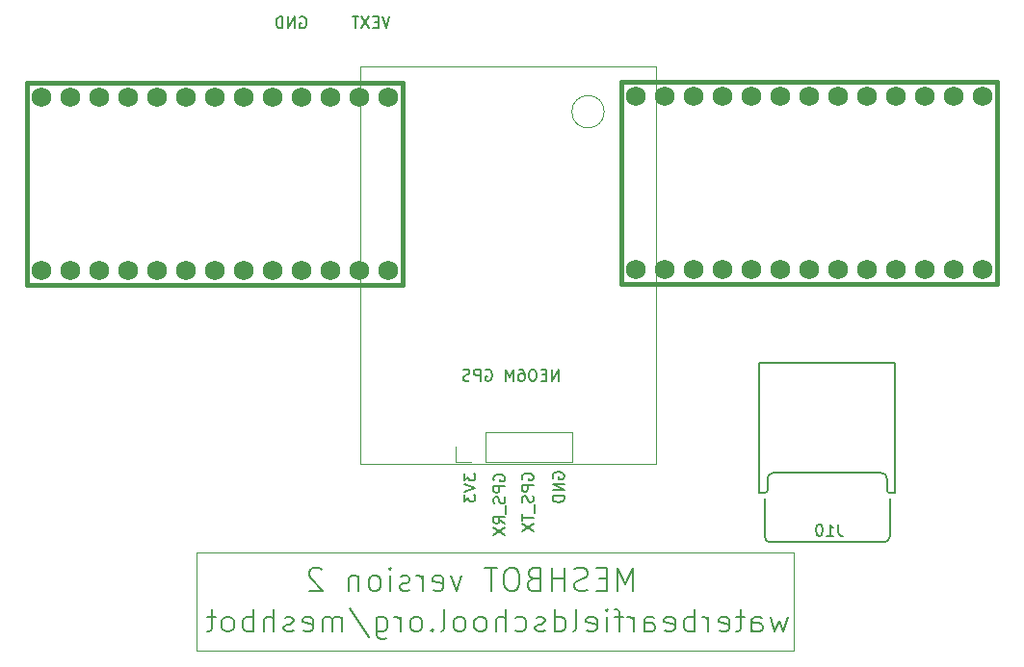
<source format=gbr>
%TF.GenerationSoftware,KiCad,Pcbnew,8.0.6-8.0.6-0~ubuntu24.04.1*%
%TF.CreationDate,2025-07-04T19:00:07-04:00*%
%TF.ProjectId,meshbot_kicad,6d657368-626f-4745-9f6b-696361642e6b,rev?*%
%TF.SameCoordinates,Original*%
%TF.FileFunction,Legend,Bot*%
%TF.FilePolarity,Positive*%
%FSLAX46Y46*%
G04 Gerber Fmt 4.6, Leading zero omitted, Abs format (unit mm)*
G04 Created by KiCad (PCBNEW 8.0.6-8.0.6-0~ubuntu24.04.1) date 2025-07-04 19:00:07*
%MOMM*%
%LPD*%
G01*
G04 APERTURE LIST*
%ADD10C,0.100000*%
%ADD11C,0.150000*%
%ADD12C,0.381000*%
%ADD13C,0.120000*%
%ADD14C,1.752600*%
G04 APERTURE END LIST*
D10*
X117300000Y-89600000D02*
X169800000Y-89600000D01*
X169800000Y-98200000D01*
X117300000Y-98200000D01*
X117300000Y-89600000D01*
D11*
X126361904Y-42502438D02*
X126457142Y-42454819D01*
X126457142Y-42454819D02*
X126599999Y-42454819D01*
X126599999Y-42454819D02*
X126742856Y-42502438D01*
X126742856Y-42502438D02*
X126838094Y-42597676D01*
X126838094Y-42597676D02*
X126885713Y-42692914D01*
X126885713Y-42692914D02*
X126933332Y-42883390D01*
X126933332Y-42883390D02*
X126933332Y-43026247D01*
X126933332Y-43026247D02*
X126885713Y-43216723D01*
X126885713Y-43216723D02*
X126838094Y-43311961D01*
X126838094Y-43311961D02*
X126742856Y-43407200D01*
X126742856Y-43407200D02*
X126599999Y-43454819D01*
X126599999Y-43454819D02*
X126504761Y-43454819D01*
X126504761Y-43454819D02*
X126361904Y-43407200D01*
X126361904Y-43407200D02*
X126314285Y-43359580D01*
X126314285Y-43359580D02*
X126314285Y-43026247D01*
X126314285Y-43026247D02*
X126504761Y-43026247D01*
X125885713Y-43454819D02*
X125885713Y-42454819D01*
X125885713Y-42454819D02*
X125314285Y-43454819D01*
X125314285Y-43454819D02*
X125314285Y-42454819D01*
X124838094Y-43454819D02*
X124838094Y-42454819D01*
X124838094Y-42454819D02*
X124599999Y-42454819D01*
X124599999Y-42454819D02*
X124457142Y-42502438D01*
X124457142Y-42502438D02*
X124361904Y-42597676D01*
X124361904Y-42597676D02*
X124314285Y-42692914D01*
X124314285Y-42692914D02*
X124266666Y-42883390D01*
X124266666Y-42883390D02*
X124266666Y-43026247D01*
X124266666Y-43026247D02*
X124314285Y-43216723D01*
X124314285Y-43216723D02*
X124361904Y-43311961D01*
X124361904Y-43311961D02*
X124457142Y-43407200D01*
X124457142Y-43407200D02*
X124599999Y-43454819D01*
X124599999Y-43454819D02*
X124838094Y-43454819D01*
X140769819Y-82641541D02*
X140769819Y-83260588D01*
X140769819Y-83260588D02*
X141150771Y-82927255D01*
X141150771Y-82927255D02*
X141150771Y-83070112D01*
X141150771Y-83070112D02*
X141198390Y-83165350D01*
X141198390Y-83165350D02*
X141246009Y-83212969D01*
X141246009Y-83212969D02*
X141341247Y-83260588D01*
X141341247Y-83260588D02*
X141579342Y-83260588D01*
X141579342Y-83260588D02*
X141674580Y-83212969D01*
X141674580Y-83212969D02*
X141722200Y-83165350D01*
X141722200Y-83165350D02*
X141769819Y-83070112D01*
X141769819Y-83070112D02*
X141769819Y-82784398D01*
X141769819Y-82784398D02*
X141722200Y-82689160D01*
X141722200Y-82689160D02*
X141674580Y-82641541D01*
X140769819Y-83546303D02*
X141769819Y-83879636D01*
X141769819Y-83879636D02*
X140769819Y-84212969D01*
X140769819Y-84451065D02*
X140769819Y-85070112D01*
X140769819Y-85070112D02*
X141150771Y-84736779D01*
X141150771Y-84736779D02*
X141150771Y-84879636D01*
X141150771Y-84879636D02*
X141198390Y-84974874D01*
X141198390Y-84974874D02*
X141246009Y-85022493D01*
X141246009Y-85022493D02*
X141341247Y-85070112D01*
X141341247Y-85070112D02*
X141579342Y-85070112D01*
X141579342Y-85070112D02*
X141674580Y-85022493D01*
X141674580Y-85022493D02*
X141722200Y-84974874D01*
X141722200Y-84974874D02*
X141769819Y-84879636D01*
X141769819Y-84879636D02*
X141769819Y-84593922D01*
X141769819Y-84593922D02*
X141722200Y-84498684D01*
X141722200Y-84498684D02*
X141674580Y-84451065D01*
X155625125Y-92947438D02*
X155625125Y-90947438D01*
X155625125Y-90947438D02*
X154958458Y-92376009D01*
X154958458Y-92376009D02*
X154291792Y-90947438D01*
X154291792Y-90947438D02*
X154291792Y-92947438D01*
X153339411Y-91899819D02*
X152672744Y-91899819D01*
X152387030Y-92947438D02*
X153339411Y-92947438D01*
X153339411Y-92947438D02*
X153339411Y-90947438D01*
X153339411Y-90947438D02*
X152387030Y-90947438D01*
X151625125Y-92852200D02*
X151339411Y-92947438D01*
X151339411Y-92947438D02*
X150863220Y-92947438D01*
X150863220Y-92947438D02*
X150672744Y-92852200D01*
X150672744Y-92852200D02*
X150577506Y-92756961D01*
X150577506Y-92756961D02*
X150482268Y-92566485D01*
X150482268Y-92566485D02*
X150482268Y-92376009D01*
X150482268Y-92376009D02*
X150577506Y-92185533D01*
X150577506Y-92185533D02*
X150672744Y-92090295D01*
X150672744Y-92090295D02*
X150863220Y-91995057D01*
X150863220Y-91995057D02*
X151244173Y-91899819D01*
X151244173Y-91899819D02*
X151434649Y-91804580D01*
X151434649Y-91804580D02*
X151529887Y-91709342D01*
X151529887Y-91709342D02*
X151625125Y-91518866D01*
X151625125Y-91518866D02*
X151625125Y-91328390D01*
X151625125Y-91328390D02*
X151529887Y-91137914D01*
X151529887Y-91137914D02*
X151434649Y-91042676D01*
X151434649Y-91042676D02*
X151244173Y-90947438D01*
X151244173Y-90947438D02*
X150767982Y-90947438D01*
X150767982Y-90947438D02*
X150482268Y-91042676D01*
X149625125Y-92947438D02*
X149625125Y-90947438D01*
X149625125Y-91899819D02*
X148482268Y-91899819D01*
X148482268Y-92947438D02*
X148482268Y-90947438D01*
X146863220Y-91899819D02*
X146577506Y-91995057D01*
X146577506Y-91995057D02*
X146482268Y-92090295D01*
X146482268Y-92090295D02*
X146387030Y-92280771D01*
X146387030Y-92280771D02*
X146387030Y-92566485D01*
X146387030Y-92566485D02*
X146482268Y-92756961D01*
X146482268Y-92756961D02*
X146577506Y-92852200D01*
X146577506Y-92852200D02*
X146767982Y-92947438D01*
X146767982Y-92947438D02*
X147529887Y-92947438D01*
X147529887Y-92947438D02*
X147529887Y-90947438D01*
X147529887Y-90947438D02*
X146863220Y-90947438D01*
X146863220Y-90947438D02*
X146672744Y-91042676D01*
X146672744Y-91042676D02*
X146577506Y-91137914D01*
X146577506Y-91137914D02*
X146482268Y-91328390D01*
X146482268Y-91328390D02*
X146482268Y-91518866D01*
X146482268Y-91518866D02*
X146577506Y-91709342D01*
X146577506Y-91709342D02*
X146672744Y-91804580D01*
X146672744Y-91804580D02*
X146863220Y-91899819D01*
X146863220Y-91899819D02*
X147529887Y-91899819D01*
X145148935Y-90947438D02*
X144767982Y-90947438D01*
X144767982Y-90947438D02*
X144577506Y-91042676D01*
X144577506Y-91042676D02*
X144387030Y-91233152D01*
X144387030Y-91233152D02*
X144291792Y-91614104D01*
X144291792Y-91614104D02*
X144291792Y-92280771D01*
X144291792Y-92280771D02*
X144387030Y-92661723D01*
X144387030Y-92661723D02*
X144577506Y-92852200D01*
X144577506Y-92852200D02*
X144767982Y-92947438D01*
X144767982Y-92947438D02*
X145148935Y-92947438D01*
X145148935Y-92947438D02*
X145339411Y-92852200D01*
X145339411Y-92852200D02*
X145529887Y-92661723D01*
X145529887Y-92661723D02*
X145625125Y-92280771D01*
X145625125Y-92280771D02*
X145625125Y-91614104D01*
X145625125Y-91614104D02*
X145529887Y-91233152D01*
X145529887Y-91233152D02*
X145339411Y-91042676D01*
X145339411Y-91042676D02*
X145148935Y-90947438D01*
X143720363Y-90947438D02*
X142577506Y-90947438D01*
X143148935Y-92947438D02*
X143148935Y-90947438D01*
X140577505Y-91614104D02*
X140101315Y-92947438D01*
X140101315Y-92947438D02*
X139625124Y-91614104D01*
X138101314Y-92852200D02*
X138291790Y-92947438D01*
X138291790Y-92947438D02*
X138672743Y-92947438D01*
X138672743Y-92947438D02*
X138863219Y-92852200D01*
X138863219Y-92852200D02*
X138958457Y-92661723D01*
X138958457Y-92661723D02*
X138958457Y-91899819D01*
X138958457Y-91899819D02*
X138863219Y-91709342D01*
X138863219Y-91709342D02*
X138672743Y-91614104D01*
X138672743Y-91614104D02*
X138291790Y-91614104D01*
X138291790Y-91614104D02*
X138101314Y-91709342D01*
X138101314Y-91709342D02*
X138006076Y-91899819D01*
X138006076Y-91899819D02*
X138006076Y-92090295D01*
X138006076Y-92090295D02*
X138958457Y-92280771D01*
X137148933Y-92947438D02*
X137148933Y-91614104D01*
X137148933Y-91995057D02*
X137053695Y-91804580D01*
X137053695Y-91804580D02*
X136958457Y-91709342D01*
X136958457Y-91709342D02*
X136767981Y-91614104D01*
X136767981Y-91614104D02*
X136577504Y-91614104D01*
X136006076Y-92852200D02*
X135815600Y-92947438D01*
X135815600Y-92947438D02*
X135434648Y-92947438D01*
X135434648Y-92947438D02*
X135244171Y-92852200D01*
X135244171Y-92852200D02*
X135148933Y-92661723D01*
X135148933Y-92661723D02*
X135148933Y-92566485D01*
X135148933Y-92566485D02*
X135244171Y-92376009D01*
X135244171Y-92376009D02*
X135434648Y-92280771D01*
X135434648Y-92280771D02*
X135720362Y-92280771D01*
X135720362Y-92280771D02*
X135910838Y-92185533D01*
X135910838Y-92185533D02*
X136006076Y-91995057D01*
X136006076Y-91995057D02*
X136006076Y-91899819D01*
X136006076Y-91899819D02*
X135910838Y-91709342D01*
X135910838Y-91709342D02*
X135720362Y-91614104D01*
X135720362Y-91614104D02*
X135434648Y-91614104D01*
X135434648Y-91614104D02*
X135244171Y-91709342D01*
X134291790Y-92947438D02*
X134291790Y-91614104D01*
X134291790Y-90947438D02*
X134387028Y-91042676D01*
X134387028Y-91042676D02*
X134291790Y-91137914D01*
X134291790Y-91137914D02*
X134196552Y-91042676D01*
X134196552Y-91042676D02*
X134291790Y-90947438D01*
X134291790Y-90947438D02*
X134291790Y-91137914D01*
X133053695Y-92947438D02*
X133244171Y-92852200D01*
X133244171Y-92852200D02*
X133339409Y-92756961D01*
X133339409Y-92756961D02*
X133434647Y-92566485D01*
X133434647Y-92566485D02*
X133434647Y-91995057D01*
X133434647Y-91995057D02*
X133339409Y-91804580D01*
X133339409Y-91804580D02*
X133244171Y-91709342D01*
X133244171Y-91709342D02*
X133053695Y-91614104D01*
X133053695Y-91614104D02*
X132767980Y-91614104D01*
X132767980Y-91614104D02*
X132577504Y-91709342D01*
X132577504Y-91709342D02*
X132482266Y-91804580D01*
X132482266Y-91804580D02*
X132387028Y-91995057D01*
X132387028Y-91995057D02*
X132387028Y-92566485D01*
X132387028Y-92566485D02*
X132482266Y-92756961D01*
X132482266Y-92756961D02*
X132577504Y-92852200D01*
X132577504Y-92852200D02*
X132767980Y-92947438D01*
X132767980Y-92947438D02*
X133053695Y-92947438D01*
X131529885Y-91614104D02*
X131529885Y-92947438D01*
X131529885Y-91804580D02*
X131434647Y-91709342D01*
X131434647Y-91709342D02*
X131244171Y-91614104D01*
X131244171Y-91614104D02*
X130958456Y-91614104D01*
X130958456Y-91614104D02*
X130767980Y-91709342D01*
X130767980Y-91709342D02*
X130672742Y-91899819D01*
X130672742Y-91899819D02*
X130672742Y-92947438D01*
X128291789Y-91137914D02*
X128196551Y-91042676D01*
X128196551Y-91042676D02*
X128006075Y-90947438D01*
X128006075Y-90947438D02*
X127529884Y-90947438D01*
X127529884Y-90947438D02*
X127339408Y-91042676D01*
X127339408Y-91042676D02*
X127244170Y-91137914D01*
X127244170Y-91137914D02*
X127148932Y-91328390D01*
X127148932Y-91328390D02*
X127148932Y-91518866D01*
X127148932Y-91518866D02*
X127244170Y-91804580D01*
X127244170Y-91804580D02*
X128387027Y-92947438D01*
X128387027Y-92947438D02*
X127148932Y-92947438D01*
X145917438Y-83160588D02*
X145869819Y-83065350D01*
X145869819Y-83065350D02*
X145869819Y-82922493D01*
X145869819Y-82922493D02*
X145917438Y-82779636D01*
X145917438Y-82779636D02*
X146012676Y-82684398D01*
X146012676Y-82684398D02*
X146107914Y-82636779D01*
X146107914Y-82636779D02*
X146298390Y-82589160D01*
X146298390Y-82589160D02*
X146441247Y-82589160D01*
X146441247Y-82589160D02*
X146631723Y-82636779D01*
X146631723Y-82636779D02*
X146726961Y-82684398D01*
X146726961Y-82684398D02*
X146822200Y-82779636D01*
X146822200Y-82779636D02*
X146869819Y-82922493D01*
X146869819Y-82922493D02*
X146869819Y-83017731D01*
X146869819Y-83017731D02*
X146822200Y-83160588D01*
X146822200Y-83160588D02*
X146774580Y-83208207D01*
X146774580Y-83208207D02*
X146441247Y-83208207D01*
X146441247Y-83208207D02*
X146441247Y-83017731D01*
X146869819Y-83636779D02*
X145869819Y-83636779D01*
X145869819Y-83636779D02*
X145869819Y-84017731D01*
X145869819Y-84017731D02*
X145917438Y-84112969D01*
X145917438Y-84112969D02*
X145965057Y-84160588D01*
X145965057Y-84160588D02*
X146060295Y-84208207D01*
X146060295Y-84208207D02*
X146203152Y-84208207D01*
X146203152Y-84208207D02*
X146298390Y-84160588D01*
X146298390Y-84160588D02*
X146346009Y-84112969D01*
X146346009Y-84112969D02*
X146393628Y-84017731D01*
X146393628Y-84017731D02*
X146393628Y-83636779D01*
X146822200Y-84589160D02*
X146869819Y-84732017D01*
X146869819Y-84732017D02*
X146869819Y-84970112D01*
X146869819Y-84970112D02*
X146822200Y-85065350D01*
X146822200Y-85065350D02*
X146774580Y-85112969D01*
X146774580Y-85112969D02*
X146679342Y-85160588D01*
X146679342Y-85160588D02*
X146584104Y-85160588D01*
X146584104Y-85160588D02*
X146488866Y-85112969D01*
X146488866Y-85112969D02*
X146441247Y-85065350D01*
X146441247Y-85065350D02*
X146393628Y-84970112D01*
X146393628Y-84970112D02*
X146346009Y-84779636D01*
X146346009Y-84779636D02*
X146298390Y-84684398D01*
X146298390Y-84684398D02*
X146250771Y-84636779D01*
X146250771Y-84636779D02*
X146155533Y-84589160D01*
X146155533Y-84589160D02*
X146060295Y-84589160D01*
X146060295Y-84589160D02*
X145965057Y-84636779D01*
X145965057Y-84636779D02*
X145917438Y-84684398D01*
X145917438Y-84684398D02*
X145869819Y-84779636D01*
X145869819Y-84779636D02*
X145869819Y-85017731D01*
X145869819Y-85017731D02*
X145917438Y-85160588D01*
X146965057Y-85351065D02*
X146965057Y-86112969D01*
X145869819Y-86208208D02*
X145869819Y-86779636D01*
X146869819Y-86493922D02*
X145869819Y-86493922D01*
X145869819Y-87017732D02*
X146869819Y-87684398D01*
X145869819Y-87684398D02*
X146869819Y-87017732D01*
X134242856Y-42454819D02*
X133909523Y-43454819D01*
X133909523Y-43454819D02*
X133576190Y-42454819D01*
X133242856Y-42931009D02*
X132909523Y-42931009D01*
X132766666Y-43454819D02*
X133242856Y-43454819D01*
X133242856Y-43454819D02*
X133242856Y-42454819D01*
X133242856Y-42454819D02*
X132766666Y-42454819D01*
X132433332Y-42454819D02*
X131766666Y-43454819D01*
X131766666Y-42454819D02*
X132433332Y-43454819D01*
X131528570Y-42454819D02*
X130957142Y-42454819D01*
X131242856Y-43454819D02*
X131242856Y-42454819D01*
X148617438Y-83060588D02*
X148569819Y-82965350D01*
X148569819Y-82965350D02*
X148569819Y-82822493D01*
X148569819Y-82822493D02*
X148617438Y-82679636D01*
X148617438Y-82679636D02*
X148712676Y-82584398D01*
X148712676Y-82584398D02*
X148807914Y-82536779D01*
X148807914Y-82536779D02*
X148998390Y-82489160D01*
X148998390Y-82489160D02*
X149141247Y-82489160D01*
X149141247Y-82489160D02*
X149331723Y-82536779D01*
X149331723Y-82536779D02*
X149426961Y-82584398D01*
X149426961Y-82584398D02*
X149522200Y-82679636D01*
X149522200Y-82679636D02*
X149569819Y-82822493D01*
X149569819Y-82822493D02*
X149569819Y-82917731D01*
X149569819Y-82917731D02*
X149522200Y-83060588D01*
X149522200Y-83060588D02*
X149474580Y-83108207D01*
X149474580Y-83108207D02*
X149141247Y-83108207D01*
X149141247Y-83108207D02*
X149141247Y-82917731D01*
X149569819Y-83536779D02*
X148569819Y-83536779D01*
X148569819Y-83536779D02*
X149569819Y-84108207D01*
X149569819Y-84108207D02*
X148569819Y-84108207D01*
X149569819Y-84584398D02*
X148569819Y-84584398D01*
X148569819Y-84584398D02*
X148569819Y-84822493D01*
X148569819Y-84822493D02*
X148617438Y-84965350D01*
X148617438Y-84965350D02*
X148712676Y-85060588D01*
X148712676Y-85060588D02*
X148807914Y-85108207D01*
X148807914Y-85108207D02*
X148998390Y-85155826D01*
X148998390Y-85155826D02*
X149141247Y-85155826D01*
X149141247Y-85155826D02*
X149331723Y-85108207D01*
X149331723Y-85108207D02*
X149426961Y-85060588D01*
X149426961Y-85060588D02*
X149522200Y-84965350D01*
X149522200Y-84965350D02*
X149569819Y-84822493D01*
X149569819Y-84822493D02*
X149569819Y-84584398D01*
X149063220Y-74469819D02*
X149063220Y-73469819D01*
X149063220Y-73469819D02*
X148491792Y-74469819D01*
X148491792Y-74469819D02*
X148491792Y-73469819D01*
X148015601Y-73946009D02*
X147682268Y-73946009D01*
X147539411Y-74469819D02*
X148015601Y-74469819D01*
X148015601Y-74469819D02*
X148015601Y-73469819D01*
X148015601Y-73469819D02*
X147539411Y-73469819D01*
X146920363Y-73469819D02*
X146729887Y-73469819D01*
X146729887Y-73469819D02*
X146634649Y-73517438D01*
X146634649Y-73517438D02*
X146539411Y-73612676D01*
X146539411Y-73612676D02*
X146491792Y-73803152D01*
X146491792Y-73803152D02*
X146491792Y-74136485D01*
X146491792Y-74136485D02*
X146539411Y-74326961D01*
X146539411Y-74326961D02*
X146634649Y-74422200D01*
X146634649Y-74422200D02*
X146729887Y-74469819D01*
X146729887Y-74469819D02*
X146920363Y-74469819D01*
X146920363Y-74469819D02*
X147015601Y-74422200D01*
X147015601Y-74422200D02*
X147110839Y-74326961D01*
X147110839Y-74326961D02*
X147158458Y-74136485D01*
X147158458Y-74136485D02*
X147158458Y-73803152D01*
X147158458Y-73803152D02*
X147110839Y-73612676D01*
X147110839Y-73612676D02*
X147015601Y-73517438D01*
X147015601Y-73517438D02*
X146920363Y-73469819D01*
X145634649Y-73469819D02*
X145825125Y-73469819D01*
X145825125Y-73469819D02*
X145920363Y-73517438D01*
X145920363Y-73517438D02*
X145967982Y-73565057D01*
X145967982Y-73565057D02*
X146063220Y-73707914D01*
X146063220Y-73707914D02*
X146110839Y-73898390D01*
X146110839Y-73898390D02*
X146110839Y-74279342D01*
X146110839Y-74279342D02*
X146063220Y-74374580D01*
X146063220Y-74374580D02*
X146015601Y-74422200D01*
X146015601Y-74422200D02*
X145920363Y-74469819D01*
X145920363Y-74469819D02*
X145729887Y-74469819D01*
X145729887Y-74469819D02*
X145634649Y-74422200D01*
X145634649Y-74422200D02*
X145587030Y-74374580D01*
X145587030Y-74374580D02*
X145539411Y-74279342D01*
X145539411Y-74279342D02*
X145539411Y-74041247D01*
X145539411Y-74041247D02*
X145587030Y-73946009D01*
X145587030Y-73946009D02*
X145634649Y-73898390D01*
X145634649Y-73898390D02*
X145729887Y-73850771D01*
X145729887Y-73850771D02*
X145920363Y-73850771D01*
X145920363Y-73850771D02*
X146015601Y-73898390D01*
X146015601Y-73898390D02*
X146063220Y-73946009D01*
X146063220Y-73946009D02*
X146110839Y-74041247D01*
X145110839Y-74469819D02*
X145110839Y-73469819D01*
X145110839Y-73469819D02*
X144777506Y-74184104D01*
X144777506Y-74184104D02*
X144444173Y-73469819D01*
X144444173Y-73469819D02*
X144444173Y-74469819D01*
X142682268Y-73517438D02*
X142777506Y-73469819D01*
X142777506Y-73469819D02*
X142920363Y-73469819D01*
X142920363Y-73469819D02*
X143063220Y-73517438D01*
X143063220Y-73517438D02*
X143158458Y-73612676D01*
X143158458Y-73612676D02*
X143206077Y-73707914D01*
X143206077Y-73707914D02*
X143253696Y-73898390D01*
X143253696Y-73898390D02*
X143253696Y-74041247D01*
X143253696Y-74041247D02*
X143206077Y-74231723D01*
X143206077Y-74231723D02*
X143158458Y-74326961D01*
X143158458Y-74326961D02*
X143063220Y-74422200D01*
X143063220Y-74422200D02*
X142920363Y-74469819D01*
X142920363Y-74469819D02*
X142825125Y-74469819D01*
X142825125Y-74469819D02*
X142682268Y-74422200D01*
X142682268Y-74422200D02*
X142634649Y-74374580D01*
X142634649Y-74374580D02*
X142634649Y-74041247D01*
X142634649Y-74041247D02*
X142825125Y-74041247D01*
X142206077Y-74469819D02*
X142206077Y-73469819D01*
X142206077Y-73469819D02*
X141825125Y-73469819D01*
X141825125Y-73469819D02*
X141729887Y-73517438D01*
X141729887Y-73517438D02*
X141682268Y-73565057D01*
X141682268Y-73565057D02*
X141634649Y-73660295D01*
X141634649Y-73660295D02*
X141634649Y-73803152D01*
X141634649Y-73803152D02*
X141682268Y-73898390D01*
X141682268Y-73898390D02*
X141729887Y-73946009D01*
X141729887Y-73946009D02*
X141825125Y-73993628D01*
X141825125Y-73993628D02*
X142206077Y-73993628D01*
X141253696Y-74422200D02*
X141110839Y-74469819D01*
X141110839Y-74469819D02*
X140872744Y-74469819D01*
X140872744Y-74469819D02*
X140777506Y-74422200D01*
X140777506Y-74422200D02*
X140729887Y-74374580D01*
X140729887Y-74374580D02*
X140682268Y-74279342D01*
X140682268Y-74279342D02*
X140682268Y-74184104D01*
X140682268Y-74184104D02*
X140729887Y-74088866D01*
X140729887Y-74088866D02*
X140777506Y-74041247D01*
X140777506Y-74041247D02*
X140872744Y-73993628D01*
X140872744Y-73993628D02*
X141063220Y-73946009D01*
X141063220Y-73946009D02*
X141158458Y-73898390D01*
X141158458Y-73898390D02*
X141206077Y-73850771D01*
X141206077Y-73850771D02*
X141253696Y-73755533D01*
X141253696Y-73755533D02*
X141253696Y-73660295D01*
X141253696Y-73660295D02*
X141206077Y-73565057D01*
X141206077Y-73565057D02*
X141158458Y-73517438D01*
X141158458Y-73517438D02*
X141063220Y-73469819D01*
X141063220Y-73469819D02*
X140825125Y-73469819D01*
X140825125Y-73469819D02*
X140682268Y-73517438D01*
X169215601Y-95214104D02*
X168834649Y-96547438D01*
X168834649Y-96547438D02*
X168453696Y-95595057D01*
X168453696Y-95595057D02*
X168072744Y-96547438D01*
X168072744Y-96547438D02*
X167691792Y-95214104D01*
X166072744Y-96547438D02*
X166072744Y-95499819D01*
X166072744Y-95499819D02*
X166167982Y-95309342D01*
X166167982Y-95309342D02*
X166358458Y-95214104D01*
X166358458Y-95214104D02*
X166739411Y-95214104D01*
X166739411Y-95214104D02*
X166929887Y-95309342D01*
X166072744Y-96452200D02*
X166263220Y-96547438D01*
X166263220Y-96547438D02*
X166739411Y-96547438D01*
X166739411Y-96547438D02*
X166929887Y-96452200D01*
X166929887Y-96452200D02*
X167025125Y-96261723D01*
X167025125Y-96261723D02*
X167025125Y-96071247D01*
X167025125Y-96071247D02*
X166929887Y-95880771D01*
X166929887Y-95880771D02*
X166739411Y-95785533D01*
X166739411Y-95785533D02*
X166263220Y-95785533D01*
X166263220Y-95785533D02*
X166072744Y-95690295D01*
X165406077Y-95214104D02*
X164644173Y-95214104D01*
X165120363Y-94547438D02*
X165120363Y-96261723D01*
X165120363Y-96261723D02*
X165025125Y-96452200D01*
X165025125Y-96452200D02*
X164834649Y-96547438D01*
X164834649Y-96547438D02*
X164644173Y-96547438D01*
X163215601Y-96452200D02*
X163406077Y-96547438D01*
X163406077Y-96547438D02*
X163787030Y-96547438D01*
X163787030Y-96547438D02*
X163977506Y-96452200D01*
X163977506Y-96452200D02*
X164072744Y-96261723D01*
X164072744Y-96261723D02*
X164072744Y-95499819D01*
X164072744Y-95499819D02*
X163977506Y-95309342D01*
X163977506Y-95309342D02*
X163787030Y-95214104D01*
X163787030Y-95214104D02*
X163406077Y-95214104D01*
X163406077Y-95214104D02*
X163215601Y-95309342D01*
X163215601Y-95309342D02*
X163120363Y-95499819D01*
X163120363Y-95499819D02*
X163120363Y-95690295D01*
X163120363Y-95690295D02*
X164072744Y-95880771D01*
X162263220Y-96547438D02*
X162263220Y-95214104D01*
X162263220Y-95595057D02*
X162167982Y-95404580D01*
X162167982Y-95404580D02*
X162072744Y-95309342D01*
X162072744Y-95309342D02*
X161882268Y-95214104D01*
X161882268Y-95214104D02*
X161691791Y-95214104D01*
X161025125Y-96547438D02*
X161025125Y-94547438D01*
X161025125Y-95309342D02*
X160834649Y-95214104D01*
X160834649Y-95214104D02*
X160453696Y-95214104D01*
X160453696Y-95214104D02*
X160263220Y-95309342D01*
X160263220Y-95309342D02*
X160167982Y-95404580D01*
X160167982Y-95404580D02*
X160072744Y-95595057D01*
X160072744Y-95595057D02*
X160072744Y-96166485D01*
X160072744Y-96166485D02*
X160167982Y-96356961D01*
X160167982Y-96356961D02*
X160263220Y-96452200D01*
X160263220Y-96452200D02*
X160453696Y-96547438D01*
X160453696Y-96547438D02*
X160834649Y-96547438D01*
X160834649Y-96547438D02*
X161025125Y-96452200D01*
X158453696Y-96452200D02*
X158644172Y-96547438D01*
X158644172Y-96547438D02*
X159025125Y-96547438D01*
X159025125Y-96547438D02*
X159215601Y-96452200D01*
X159215601Y-96452200D02*
X159310839Y-96261723D01*
X159310839Y-96261723D02*
X159310839Y-95499819D01*
X159310839Y-95499819D02*
X159215601Y-95309342D01*
X159215601Y-95309342D02*
X159025125Y-95214104D01*
X159025125Y-95214104D02*
X158644172Y-95214104D01*
X158644172Y-95214104D02*
X158453696Y-95309342D01*
X158453696Y-95309342D02*
X158358458Y-95499819D01*
X158358458Y-95499819D02*
X158358458Y-95690295D01*
X158358458Y-95690295D02*
X159310839Y-95880771D01*
X156644172Y-96547438D02*
X156644172Y-95499819D01*
X156644172Y-95499819D02*
X156739410Y-95309342D01*
X156739410Y-95309342D02*
X156929886Y-95214104D01*
X156929886Y-95214104D02*
X157310839Y-95214104D01*
X157310839Y-95214104D02*
X157501315Y-95309342D01*
X156644172Y-96452200D02*
X156834648Y-96547438D01*
X156834648Y-96547438D02*
X157310839Y-96547438D01*
X157310839Y-96547438D02*
X157501315Y-96452200D01*
X157501315Y-96452200D02*
X157596553Y-96261723D01*
X157596553Y-96261723D02*
X157596553Y-96071247D01*
X157596553Y-96071247D02*
X157501315Y-95880771D01*
X157501315Y-95880771D02*
X157310839Y-95785533D01*
X157310839Y-95785533D02*
X156834648Y-95785533D01*
X156834648Y-95785533D02*
X156644172Y-95690295D01*
X155691791Y-96547438D02*
X155691791Y-95214104D01*
X155691791Y-95595057D02*
X155596553Y-95404580D01*
X155596553Y-95404580D02*
X155501315Y-95309342D01*
X155501315Y-95309342D02*
X155310839Y-95214104D01*
X155310839Y-95214104D02*
X155120362Y-95214104D01*
X154739410Y-95214104D02*
X153977506Y-95214104D01*
X154453696Y-96547438D02*
X154453696Y-94833152D01*
X154453696Y-94833152D02*
X154358458Y-94642676D01*
X154358458Y-94642676D02*
X154167982Y-94547438D01*
X154167982Y-94547438D02*
X153977506Y-94547438D01*
X153310839Y-96547438D02*
X153310839Y-95214104D01*
X153310839Y-94547438D02*
X153406077Y-94642676D01*
X153406077Y-94642676D02*
X153310839Y-94737914D01*
X153310839Y-94737914D02*
X153215601Y-94642676D01*
X153215601Y-94642676D02*
X153310839Y-94547438D01*
X153310839Y-94547438D02*
X153310839Y-94737914D01*
X151596553Y-96452200D02*
X151787029Y-96547438D01*
X151787029Y-96547438D02*
X152167982Y-96547438D01*
X152167982Y-96547438D02*
X152358458Y-96452200D01*
X152358458Y-96452200D02*
X152453696Y-96261723D01*
X152453696Y-96261723D02*
X152453696Y-95499819D01*
X152453696Y-95499819D02*
X152358458Y-95309342D01*
X152358458Y-95309342D02*
X152167982Y-95214104D01*
X152167982Y-95214104D02*
X151787029Y-95214104D01*
X151787029Y-95214104D02*
X151596553Y-95309342D01*
X151596553Y-95309342D02*
X151501315Y-95499819D01*
X151501315Y-95499819D02*
X151501315Y-95690295D01*
X151501315Y-95690295D02*
X152453696Y-95880771D01*
X150358458Y-96547438D02*
X150548934Y-96452200D01*
X150548934Y-96452200D02*
X150644172Y-96261723D01*
X150644172Y-96261723D02*
X150644172Y-94547438D01*
X148739410Y-96547438D02*
X148739410Y-94547438D01*
X148739410Y-96452200D02*
X148929886Y-96547438D01*
X148929886Y-96547438D02*
X149310839Y-96547438D01*
X149310839Y-96547438D02*
X149501315Y-96452200D01*
X149501315Y-96452200D02*
X149596553Y-96356961D01*
X149596553Y-96356961D02*
X149691791Y-96166485D01*
X149691791Y-96166485D02*
X149691791Y-95595057D01*
X149691791Y-95595057D02*
X149596553Y-95404580D01*
X149596553Y-95404580D02*
X149501315Y-95309342D01*
X149501315Y-95309342D02*
X149310839Y-95214104D01*
X149310839Y-95214104D02*
X148929886Y-95214104D01*
X148929886Y-95214104D02*
X148739410Y-95309342D01*
X147882267Y-96452200D02*
X147691791Y-96547438D01*
X147691791Y-96547438D02*
X147310839Y-96547438D01*
X147310839Y-96547438D02*
X147120362Y-96452200D01*
X147120362Y-96452200D02*
X147025124Y-96261723D01*
X147025124Y-96261723D02*
X147025124Y-96166485D01*
X147025124Y-96166485D02*
X147120362Y-95976009D01*
X147120362Y-95976009D02*
X147310839Y-95880771D01*
X147310839Y-95880771D02*
X147596553Y-95880771D01*
X147596553Y-95880771D02*
X147787029Y-95785533D01*
X147787029Y-95785533D02*
X147882267Y-95595057D01*
X147882267Y-95595057D02*
X147882267Y-95499819D01*
X147882267Y-95499819D02*
X147787029Y-95309342D01*
X147787029Y-95309342D02*
X147596553Y-95214104D01*
X147596553Y-95214104D02*
X147310839Y-95214104D01*
X147310839Y-95214104D02*
X147120362Y-95309342D01*
X145310838Y-96452200D02*
X145501314Y-96547438D01*
X145501314Y-96547438D02*
X145882267Y-96547438D01*
X145882267Y-96547438D02*
X146072743Y-96452200D01*
X146072743Y-96452200D02*
X146167981Y-96356961D01*
X146167981Y-96356961D02*
X146263219Y-96166485D01*
X146263219Y-96166485D02*
X146263219Y-95595057D01*
X146263219Y-95595057D02*
X146167981Y-95404580D01*
X146167981Y-95404580D02*
X146072743Y-95309342D01*
X146072743Y-95309342D02*
X145882267Y-95214104D01*
X145882267Y-95214104D02*
X145501314Y-95214104D01*
X145501314Y-95214104D02*
X145310838Y-95309342D01*
X144453695Y-96547438D02*
X144453695Y-94547438D01*
X143596552Y-96547438D02*
X143596552Y-95499819D01*
X143596552Y-95499819D02*
X143691790Y-95309342D01*
X143691790Y-95309342D02*
X143882266Y-95214104D01*
X143882266Y-95214104D02*
X144167981Y-95214104D01*
X144167981Y-95214104D02*
X144358457Y-95309342D01*
X144358457Y-95309342D02*
X144453695Y-95404580D01*
X142358457Y-96547438D02*
X142548933Y-96452200D01*
X142548933Y-96452200D02*
X142644171Y-96356961D01*
X142644171Y-96356961D02*
X142739409Y-96166485D01*
X142739409Y-96166485D02*
X142739409Y-95595057D01*
X142739409Y-95595057D02*
X142644171Y-95404580D01*
X142644171Y-95404580D02*
X142548933Y-95309342D01*
X142548933Y-95309342D02*
X142358457Y-95214104D01*
X142358457Y-95214104D02*
X142072742Y-95214104D01*
X142072742Y-95214104D02*
X141882266Y-95309342D01*
X141882266Y-95309342D02*
X141787028Y-95404580D01*
X141787028Y-95404580D02*
X141691790Y-95595057D01*
X141691790Y-95595057D02*
X141691790Y-96166485D01*
X141691790Y-96166485D02*
X141787028Y-96356961D01*
X141787028Y-96356961D02*
X141882266Y-96452200D01*
X141882266Y-96452200D02*
X142072742Y-96547438D01*
X142072742Y-96547438D02*
X142358457Y-96547438D01*
X140548933Y-96547438D02*
X140739409Y-96452200D01*
X140739409Y-96452200D02*
X140834647Y-96356961D01*
X140834647Y-96356961D02*
X140929885Y-96166485D01*
X140929885Y-96166485D02*
X140929885Y-95595057D01*
X140929885Y-95595057D02*
X140834647Y-95404580D01*
X140834647Y-95404580D02*
X140739409Y-95309342D01*
X140739409Y-95309342D02*
X140548933Y-95214104D01*
X140548933Y-95214104D02*
X140263218Y-95214104D01*
X140263218Y-95214104D02*
X140072742Y-95309342D01*
X140072742Y-95309342D02*
X139977504Y-95404580D01*
X139977504Y-95404580D02*
X139882266Y-95595057D01*
X139882266Y-95595057D02*
X139882266Y-96166485D01*
X139882266Y-96166485D02*
X139977504Y-96356961D01*
X139977504Y-96356961D02*
X140072742Y-96452200D01*
X140072742Y-96452200D02*
X140263218Y-96547438D01*
X140263218Y-96547438D02*
X140548933Y-96547438D01*
X138739409Y-96547438D02*
X138929885Y-96452200D01*
X138929885Y-96452200D02*
X139025123Y-96261723D01*
X139025123Y-96261723D02*
X139025123Y-94547438D01*
X137977504Y-96356961D02*
X137882266Y-96452200D01*
X137882266Y-96452200D02*
X137977504Y-96547438D01*
X137977504Y-96547438D02*
X138072742Y-96452200D01*
X138072742Y-96452200D02*
X137977504Y-96356961D01*
X137977504Y-96356961D02*
X137977504Y-96547438D01*
X136739409Y-96547438D02*
X136929885Y-96452200D01*
X136929885Y-96452200D02*
X137025123Y-96356961D01*
X137025123Y-96356961D02*
X137120361Y-96166485D01*
X137120361Y-96166485D02*
X137120361Y-95595057D01*
X137120361Y-95595057D02*
X137025123Y-95404580D01*
X137025123Y-95404580D02*
X136929885Y-95309342D01*
X136929885Y-95309342D02*
X136739409Y-95214104D01*
X136739409Y-95214104D02*
X136453694Y-95214104D01*
X136453694Y-95214104D02*
X136263218Y-95309342D01*
X136263218Y-95309342D02*
X136167980Y-95404580D01*
X136167980Y-95404580D02*
X136072742Y-95595057D01*
X136072742Y-95595057D02*
X136072742Y-96166485D01*
X136072742Y-96166485D02*
X136167980Y-96356961D01*
X136167980Y-96356961D02*
X136263218Y-96452200D01*
X136263218Y-96452200D02*
X136453694Y-96547438D01*
X136453694Y-96547438D02*
X136739409Y-96547438D01*
X135215599Y-96547438D02*
X135215599Y-95214104D01*
X135215599Y-95595057D02*
X135120361Y-95404580D01*
X135120361Y-95404580D02*
X135025123Y-95309342D01*
X135025123Y-95309342D02*
X134834647Y-95214104D01*
X134834647Y-95214104D02*
X134644170Y-95214104D01*
X133120361Y-95214104D02*
X133120361Y-96833152D01*
X133120361Y-96833152D02*
X133215599Y-97023628D01*
X133215599Y-97023628D02*
X133310837Y-97118866D01*
X133310837Y-97118866D02*
X133501314Y-97214104D01*
X133501314Y-97214104D02*
X133787028Y-97214104D01*
X133787028Y-97214104D02*
X133977504Y-97118866D01*
X133120361Y-96452200D02*
X133310837Y-96547438D01*
X133310837Y-96547438D02*
X133691790Y-96547438D01*
X133691790Y-96547438D02*
X133882266Y-96452200D01*
X133882266Y-96452200D02*
X133977504Y-96356961D01*
X133977504Y-96356961D02*
X134072742Y-96166485D01*
X134072742Y-96166485D02*
X134072742Y-95595057D01*
X134072742Y-95595057D02*
X133977504Y-95404580D01*
X133977504Y-95404580D02*
X133882266Y-95309342D01*
X133882266Y-95309342D02*
X133691790Y-95214104D01*
X133691790Y-95214104D02*
X133310837Y-95214104D01*
X133310837Y-95214104D02*
X133120361Y-95309342D01*
X130739409Y-94452200D02*
X132453694Y-97023628D01*
X130072742Y-96547438D02*
X130072742Y-95214104D01*
X130072742Y-95404580D02*
X129977504Y-95309342D01*
X129977504Y-95309342D02*
X129787028Y-95214104D01*
X129787028Y-95214104D02*
X129501313Y-95214104D01*
X129501313Y-95214104D02*
X129310837Y-95309342D01*
X129310837Y-95309342D02*
X129215599Y-95499819D01*
X129215599Y-95499819D02*
X129215599Y-96547438D01*
X129215599Y-95499819D02*
X129120361Y-95309342D01*
X129120361Y-95309342D02*
X128929885Y-95214104D01*
X128929885Y-95214104D02*
X128644171Y-95214104D01*
X128644171Y-95214104D02*
X128453694Y-95309342D01*
X128453694Y-95309342D02*
X128358456Y-95499819D01*
X128358456Y-95499819D02*
X128358456Y-96547438D01*
X126644170Y-96452200D02*
X126834646Y-96547438D01*
X126834646Y-96547438D02*
X127215599Y-96547438D01*
X127215599Y-96547438D02*
X127406075Y-96452200D01*
X127406075Y-96452200D02*
X127501313Y-96261723D01*
X127501313Y-96261723D02*
X127501313Y-95499819D01*
X127501313Y-95499819D02*
X127406075Y-95309342D01*
X127406075Y-95309342D02*
X127215599Y-95214104D01*
X127215599Y-95214104D02*
X126834646Y-95214104D01*
X126834646Y-95214104D02*
X126644170Y-95309342D01*
X126644170Y-95309342D02*
X126548932Y-95499819D01*
X126548932Y-95499819D02*
X126548932Y-95690295D01*
X126548932Y-95690295D02*
X127501313Y-95880771D01*
X125787027Y-96452200D02*
X125596551Y-96547438D01*
X125596551Y-96547438D02*
X125215599Y-96547438D01*
X125215599Y-96547438D02*
X125025122Y-96452200D01*
X125025122Y-96452200D02*
X124929884Y-96261723D01*
X124929884Y-96261723D02*
X124929884Y-96166485D01*
X124929884Y-96166485D02*
X125025122Y-95976009D01*
X125025122Y-95976009D02*
X125215599Y-95880771D01*
X125215599Y-95880771D02*
X125501313Y-95880771D01*
X125501313Y-95880771D02*
X125691789Y-95785533D01*
X125691789Y-95785533D02*
X125787027Y-95595057D01*
X125787027Y-95595057D02*
X125787027Y-95499819D01*
X125787027Y-95499819D02*
X125691789Y-95309342D01*
X125691789Y-95309342D02*
X125501313Y-95214104D01*
X125501313Y-95214104D02*
X125215599Y-95214104D01*
X125215599Y-95214104D02*
X125025122Y-95309342D01*
X124072741Y-96547438D02*
X124072741Y-94547438D01*
X123215598Y-96547438D02*
X123215598Y-95499819D01*
X123215598Y-95499819D02*
X123310836Y-95309342D01*
X123310836Y-95309342D02*
X123501312Y-95214104D01*
X123501312Y-95214104D02*
X123787027Y-95214104D01*
X123787027Y-95214104D02*
X123977503Y-95309342D01*
X123977503Y-95309342D02*
X124072741Y-95404580D01*
X122263217Y-96547438D02*
X122263217Y-94547438D01*
X122263217Y-95309342D02*
X122072741Y-95214104D01*
X122072741Y-95214104D02*
X121691788Y-95214104D01*
X121691788Y-95214104D02*
X121501312Y-95309342D01*
X121501312Y-95309342D02*
X121406074Y-95404580D01*
X121406074Y-95404580D02*
X121310836Y-95595057D01*
X121310836Y-95595057D02*
X121310836Y-96166485D01*
X121310836Y-96166485D02*
X121406074Y-96356961D01*
X121406074Y-96356961D02*
X121501312Y-96452200D01*
X121501312Y-96452200D02*
X121691788Y-96547438D01*
X121691788Y-96547438D02*
X122072741Y-96547438D01*
X122072741Y-96547438D02*
X122263217Y-96452200D01*
X120167979Y-96547438D02*
X120358455Y-96452200D01*
X120358455Y-96452200D02*
X120453693Y-96356961D01*
X120453693Y-96356961D02*
X120548931Y-96166485D01*
X120548931Y-96166485D02*
X120548931Y-95595057D01*
X120548931Y-95595057D02*
X120453693Y-95404580D01*
X120453693Y-95404580D02*
X120358455Y-95309342D01*
X120358455Y-95309342D02*
X120167979Y-95214104D01*
X120167979Y-95214104D02*
X119882264Y-95214104D01*
X119882264Y-95214104D02*
X119691788Y-95309342D01*
X119691788Y-95309342D02*
X119596550Y-95404580D01*
X119596550Y-95404580D02*
X119501312Y-95595057D01*
X119501312Y-95595057D02*
X119501312Y-96166485D01*
X119501312Y-96166485D02*
X119596550Y-96356961D01*
X119596550Y-96356961D02*
X119691788Y-96452200D01*
X119691788Y-96452200D02*
X119882264Y-96547438D01*
X119882264Y-96547438D02*
X120167979Y-96547438D01*
X118929883Y-95214104D02*
X118167979Y-95214104D01*
X118644169Y-94547438D02*
X118644169Y-96261723D01*
X118644169Y-96261723D02*
X118548931Y-96452200D01*
X118548931Y-96452200D02*
X118358455Y-96547438D01*
X118358455Y-96547438D02*
X118167979Y-96547438D01*
X143417438Y-83260588D02*
X143369819Y-83165350D01*
X143369819Y-83165350D02*
X143369819Y-83022493D01*
X143369819Y-83022493D02*
X143417438Y-82879636D01*
X143417438Y-82879636D02*
X143512676Y-82784398D01*
X143512676Y-82784398D02*
X143607914Y-82736779D01*
X143607914Y-82736779D02*
X143798390Y-82689160D01*
X143798390Y-82689160D02*
X143941247Y-82689160D01*
X143941247Y-82689160D02*
X144131723Y-82736779D01*
X144131723Y-82736779D02*
X144226961Y-82784398D01*
X144226961Y-82784398D02*
X144322200Y-82879636D01*
X144322200Y-82879636D02*
X144369819Y-83022493D01*
X144369819Y-83022493D02*
X144369819Y-83117731D01*
X144369819Y-83117731D02*
X144322200Y-83260588D01*
X144322200Y-83260588D02*
X144274580Y-83308207D01*
X144274580Y-83308207D02*
X143941247Y-83308207D01*
X143941247Y-83308207D02*
X143941247Y-83117731D01*
X144369819Y-83736779D02*
X143369819Y-83736779D01*
X143369819Y-83736779D02*
X143369819Y-84117731D01*
X143369819Y-84117731D02*
X143417438Y-84212969D01*
X143417438Y-84212969D02*
X143465057Y-84260588D01*
X143465057Y-84260588D02*
X143560295Y-84308207D01*
X143560295Y-84308207D02*
X143703152Y-84308207D01*
X143703152Y-84308207D02*
X143798390Y-84260588D01*
X143798390Y-84260588D02*
X143846009Y-84212969D01*
X143846009Y-84212969D02*
X143893628Y-84117731D01*
X143893628Y-84117731D02*
X143893628Y-83736779D01*
X144322200Y-84689160D02*
X144369819Y-84832017D01*
X144369819Y-84832017D02*
X144369819Y-85070112D01*
X144369819Y-85070112D02*
X144322200Y-85165350D01*
X144322200Y-85165350D02*
X144274580Y-85212969D01*
X144274580Y-85212969D02*
X144179342Y-85260588D01*
X144179342Y-85260588D02*
X144084104Y-85260588D01*
X144084104Y-85260588D02*
X143988866Y-85212969D01*
X143988866Y-85212969D02*
X143941247Y-85165350D01*
X143941247Y-85165350D02*
X143893628Y-85070112D01*
X143893628Y-85070112D02*
X143846009Y-84879636D01*
X143846009Y-84879636D02*
X143798390Y-84784398D01*
X143798390Y-84784398D02*
X143750771Y-84736779D01*
X143750771Y-84736779D02*
X143655533Y-84689160D01*
X143655533Y-84689160D02*
X143560295Y-84689160D01*
X143560295Y-84689160D02*
X143465057Y-84736779D01*
X143465057Y-84736779D02*
X143417438Y-84784398D01*
X143417438Y-84784398D02*
X143369819Y-84879636D01*
X143369819Y-84879636D02*
X143369819Y-85117731D01*
X143369819Y-85117731D02*
X143417438Y-85260588D01*
X144465057Y-85451065D02*
X144465057Y-86212969D01*
X144369819Y-87022493D02*
X143893628Y-86689160D01*
X144369819Y-86451065D02*
X143369819Y-86451065D01*
X143369819Y-86451065D02*
X143369819Y-86832017D01*
X143369819Y-86832017D02*
X143417438Y-86927255D01*
X143417438Y-86927255D02*
X143465057Y-86974874D01*
X143465057Y-86974874D02*
X143560295Y-87022493D01*
X143560295Y-87022493D02*
X143703152Y-87022493D01*
X143703152Y-87022493D02*
X143798390Y-86974874D01*
X143798390Y-86974874D02*
X143846009Y-86927255D01*
X143846009Y-86927255D02*
X143893628Y-86832017D01*
X143893628Y-86832017D02*
X143893628Y-86451065D01*
X143369819Y-87355827D02*
X144369819Y-88022493D01*
X143369819Y-88022493D02*
X144369819Y-87355827D01*
X173661923Y-87107219D02*
X173661923Y-87821504D01*
X173661923Y-87821504D02*
X173709542Y-87964361D01*
X173709542Y-87964361D02*
X173804780Y-88059600D01*
X173804780Y-88059600D02*
X173947637Y-88107219D01*
X173947637Y-88107219D02*
X174042875Y-88107219D01*
X172661923Y-88107219D02*
X173233351Y-88107219D01*
X172947637Y-88107219D02*
X172947637Y-87107219D01*
X172947637Y-87107219D02*
X173042875Y-87250076D01*
X173042875Y-87250076D02*
X173138113Y-87345314D01*
X173138113Y-87345314D02*
X173233351Y-87392933D01*
X172042875Y-87107219D02*
X171947637Y-87107219D01*
X171947637Y-87107219D02*
X171852399Y-87154838D01*
X171852399Y-87154838D02*
X171804780Y-87202457D01*
X171804780Y-87202457D02*
X171757161Y-87297695D01*
X171757161Y-87297695D02*
X171709542Y-87488171D01*
X171709542Y-87488171D02*
X171709542Y-87726266D01*
X171709542Y-87726266D02*
X171757161Y-87916742D01*
X171757161Y-87916742D02*
X171804780Y-88011980D01*
X171804780Y-88011980D02*
X171852399Y-88059600D01*
X171852399Y-88059600D02*
X171947637Y-88107219D01*
X171947637Y-88107219D02*
X172042875Y-88107219D01*
X172042875Y-88107219D02*
X172138113Y-88059600D01*
X172138113Y-88059600D02*
X172185732Y-88011980D01*
X172185732Y-88011980D02*
X172233351Y-87916742D01*
X172233351Y-87916742D02*
X172280970Y-87726266D01*
X172280970Y-87726266D02*
X172280970Y-87488171D01*
X172280970Y-87488171D02*
X172233351Y-87297695D01*
X172233351Y-87297695D02*
X172185732Y-87202457D01*
X172185732Y-87202457D02*
X172138113Y-87154838D01*
X172138113Y-87154838D02*
X172042875Y-87107219D01*
%TO.C,J10*%
X167700000Y-88675000D02*
G75*
G02*
X167200000Y-88175000I0J500000D01*
G01*
X178200000Y-88175000D02*
G75*
G02*
X177700000Y-88675000I-500000J0D01*
G01*
X177450000Y-82575000D02*
G75*
G02*
X177950000Y-83075000I0J-500000D01*
G01*
X178200000Y-84325000D02*
G75*
G02*
X177950000Y-84075000I0J250000D01*
G01*
X167450000Y-83075000D02*
G75*
G02*
X167950000Y-82575000I500000J0D01*
G01*
X167450000Y-84075000D02*
G75*
G02*
X167200000Y-84325000I-250000J0D01*
G01*
X167200000Y-84825000D02*
X167200000Y-88175000D01*
X167700000Y-88675000D02*
X177700000Y-88675000D01*
X178200000Y-88175000D02*
X178200000Y-84825000D01*
X166700000Y-84325000D02*
X167200000Y-84325000D01*
X167450000Y-83075000D02*
X167450000Y-84075000D01*
X177950000Y-83075000D02*
X177950000Y-84075000D01*
X178200000Y-84325000D02*
X178650000Y-84325000D01*
X167950000Y-82525000D02*
X177450000Y-82525000D01*
X178650000Y-72875000D02*
X178650000Y-84325000D01*
X166700000Y-72875000D02*
X166700000Y-84325000D01*
X166700000Y-72875000D02*
X178650000Y-72875000D01*
D12*
%TO.C,U2*%
X102330000Y-48270000D02*
X102330000Y-66050000D01*
X102330000Y-66050000D02*
X135350000Y-66050000D01*
X135350000Y-48270000D02*
X102330000Y-48270000D01*
X135350000Y-66050000D02*
X135350000Y-48270000D01*
%TO.C,U3*%
X187650000Y-65970000D02*
X187650000Y-48190000D01*
X187650000Y-48190000D02*
X154630000Y-48190000D01*
X154630000Y-65970000D02*
X187650000Y-65970000D01*
X154630000Y-48190000D02*
X154630000Y-65970000D01*
D13*
%TO.C,J2*%
X140050000Y-81630000D02*
X140050000Y-80300000D01*
X141380000Y-81630000D02*
X140050000Y-81630000D01*
X142650000Y-81630000D02*
X142650000Y-78970000D01*
X150330000Y-78970000D02*
X142650000Y-78970000D01*
X150330000Y-81630000D02*
X142650000Y-81630000D01*
X150330000Y-81630000D02*
X150330000Y-78970000D01*
D10*
X131680000Y-46800000D02*
X157680000Y-46800000D01*
X157680000Y-81800000D01*
X131680000Y-81800000D01*
X131680000Y-46800000D01*
X153101267Y-50800000D02*
G75*
G02*
X150258733Y-50800000I-1421267J0D01*
G01*
X150258733Y-50800000D02*
G75*
G02*
X153101267Y-50800000I1421267J0D01*
G01*
%TD*%
D14*
%TO.C,U2*%
X106140000Y-64780000D03*
X108680000Y-64780000D03*
X111220000Y-64780000D03*
X113760000Y-64780000D03*
X116300000Y-64780000D03*
X118840000Y-64780000D03*
X121380000Y-64780000D03*
X123920000Y-64780000D03*
X126460000Y-64780000D03*
X129000000Y-64780000D03*
X131540000Y-64780000D03*
X134080000Y-64780000D03*
X134080000Y-49540000D03*
X131540000Y-49540000D03*
X129000000Y-49540000D03*
X126460000Y-49540000D03*
X123920000Y-49540000D03*
X121380000Y-49540000D03*
X118840000Y-49540000D03*
X116300000Y-49540000D03*
X113760000Y-49540000D03*
X111220000Y-49540000D03*
X108680000Y-49540000D03*
X106140000Y-49540000D03*
X103600000Y-49540000D03*
X103600000Y-64780000D03*
%TD*%
%TO.C,U3*%
X186380000Y-49460000D03*
X186380000Y-64700000D03*
X183840000Y-64700000D03*
X181300000Y-64700000D03*
X178760000Y-64700000D03*
X176220000Y-64700000D03*
X173680000Y-64700000D03*
X171140000Y-64700000D03*
X168600000Y-64700000D03*
X166060000Y-64700000D03*
X163520000Y-64700000D03*
X160980000Y-64700000D03*
X158440000Y-64700000D03*
X155900000Y-64700000D03*
X155900000Y-49460000D03*
X158440000Y-49460000D03*
X160980000Y-49460000D03*
X163520000Y-49460000D03*
X166060000Y-49460000D03*
X168600000Y-49460000D03*
X171140000Y-49460000D03*
X173680000Y-49460000D03*
X176220000Y-49460000D03*
X178760000Y-49460000D03*
X181300000Y-49460000D03*
X183840000Y-49460000D03*
%TD*%
M02*

</source>
